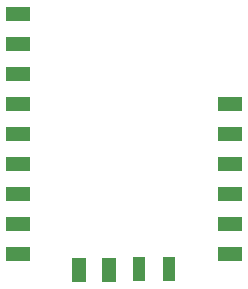
<source format=gbr>
%TF.GenerationSoftware,KiCad,Pcbnew,(5.1.6)-1*%
%TF.CreationDate,2022-07-31T05:20:52+09:00*%
%TF.ProjectId,az-core-top,617a2d63-6f72-4652-9d74-6f702e6b6963,rev?*%
%TF.SameCoordinates,Original*%
%TF.FileFunction,Paste,Top*%
%TF.FilePolarity,Positive*%
%FSLAX46Y46*%
G04 Gerber Fmt 4.6, Leading zero omitted, Abs format (unit mm)*
G04 Created by KiCad (PCBNEW (5.1.6)-1) date 2022-07-31 05:20:52*
%MOMM*%
%LPD*%
G01*
G04 APERTURE LIST*
%ADD10R,2.000000X1.200000*%
%ADD11R,1.000000X2.000000*%
%ADD12R,1.200000X2.000000*%
G04 APERTURE END LIST*
D10*
%TO.C,M5Stamp*%
X176200180Y-93660260D03*
X176200180Y-96200260D03*
X176200180Y-98740260D03*
X176200180Y-101280260D03*
X176200180Y-103820260D03*
X176200180Y-106360260D03*
D11*
X171010180Y-107640260D03*
X168470180Y-107640260D03*
D12*
X165930180Y-107740260D03*
X163390180Y-107740260D03*
D10*
X158200180Y-106360260D03*
X158200180Y-103820260D03*
X158200180Y-101280260D03*
X158200180Y-98740260D03*
X158200180Y-96200260D03*
X158200180Y-93660260D03*
X158200180Y-86040260D03*
X158200180Y-88580260D03*
X158200180Y-91120260D03*
%TD*%
M02*

</source>
